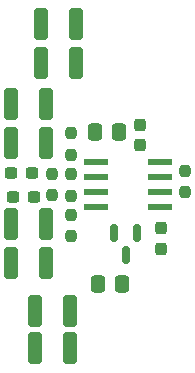
<source format=gbr>
%TF.GenerationSoftware,KiCad,Pcbnew,6.0.4-6f826c9f35~116~ubuntu18.04.1*%
%TF.CreationDate,2022-05-09T12:51:31-04:00*%
%TF.ProjectId,Instrumentation_ampl_with_batteries,496e7374-7275-46d6-956e-746174696f6e,rev?*%
%TF.SameCoordinates,Original*%
%TF.FileFunction,Paste,Top*%
%TF.FilePolarity,Positive*%
%FSLAX46Y46*%
G04 Gerber Fmt 4.6, Leading zero omitted, Abs format (unit mm)*
G04 Created by KiCad (PCBNEW 6.0.4-6f826c9f35~116~ubuntu18.04.1) date 2022-05-09 12:51:31*
%MOMM*%
%LPD*%
G01*
G04 APERTURE LIST*
G04 Aperture macros list*
%AMRoundRect*
0 Rectangle with rounded corners*
0 $1 Rounding radius*
0 $2 $3 $4 $5 $6 $7 $8 $9 X,Y pos of 4 corners*
0 Add a 4 corners polygon primitive as box body*
4,1,4,$2,$3,$4,$5,$6,$7,$8,$9,$2,$3,0*
0 Add four circle primitives for the rounded corners*
1,1,$1+$1,$2,$3*
1,1,$1+$1,$4,$5*
1,1,$1+$1,$6,$7*
1,1,$1+$1,$8,$9*
0 Add four rect primitives between the rounded corners*
20,1,$1+$1,$2,$3,$4,$5,0*
20,1,$1+$1,$4,$5,$6,$7,0*
20,1,$1+$1,$6,$7,$8,$9,0*
20,1,$1+$1,$8,$9,$2,$3,0*%
G04 Aperture macros list end*
%ADD10RoundRect,0.250000X-0.325000X-1.100000X0.325000X-1.100000X0.325000X1.100000X-0.325000X1.100000X0*%
%ADD11RoundRect,0.237500X-0.300000X-0.237500X0.300000X-0.237500X0.300000X0.237500X-0.300000X0.237500X0*%
%ADD12RoundRect,0.250000X0.337500X0.475000X-0.337500X0.475000X-0.337500X-0.475000X0.337500X-0.475000X0*%
%ADD13RoundRect,0.237500X-0.237500X0.250000X-0.237500X-0.250000X0.237500X-0.250000X0.237500X0.250000X0*%
%ADD14RoundRect,0.237500X0.237500X-0.250000X0.237500X0.250000X-0.237500X0.250000X-0.237500X-0.250000X0*%
%ADD15RoundRect,0.237500X0.237500X-0.300000X0.237500X0.300000X-0.237500X0.300000X-0.237500X-0.300000X0*%
%ADD16RoundRect,0.150000X-0.150000X0.587500X-0.150000X-0.587500X0.150000X-0.587500X0.150000X0.587500X0*%
%ADD17RoundRect,0.237500X-0.237500X0.300000X-0.237500X-0.300000X0.237500X-0.300000X0.237500X0.300000X0*%
%ADD18R,2.000000X0.600000*%
G04 APERTURE END LIST*
D10*
%TO.C,C14*%
X73152000Y-124714000D03*
X76102000Y-124714000D03*
%TD*%
%TO.C,C13*%
X73709000Y-97282000D03*
X76659000Y-97282000D03*
%TD*%
%TO.C,C12*%
X71169000Y-114173000D03*
X74119000Y-114173000D03*
%TD*%
%TO.C,C11*%
X71169000Y-117475000D03*
X74119000Y-117475000D03*
%TD*%
%TO.C,C10*%
X73152000Y-121539000D03*
X76102000Y-121539000D03*
%TD*%
%TO.C,C9*%
X76610000Y-100584000D03*
X73660000Y-100584000D03*
%TD*%
%TO.C,C3*%
X71169000Y-107315000D03*
X74119000Y-107315000D03*
%TD*%
%TO.C,C2*%
X71169000Y-104013000D03*
X74119000Y-104013000D03*
%TD*%
D11*
%TO.C,C4*%
X71323500Y-111887000D03*
X73048500Y-111887000D03*
%TD*%
D12*
%TO.C,C8*%
X80285500Y-106426000D03*
X78210500Y-106426000D03*
%TD*%
D11*
%TO.C,C1*%
X71170000Y-109855000D03*
X72895000Y-109855000D03*
%TD*%
D13*
%TO.C,R5*%
X85852000Y-109681000D03*
X85852000Y-111506000D03*
%TD*%
D14*
%TO.C,R1*%
X74572500Y-111783500D03*
X74572500Y-109958500D03*
%TD*%
D15*
%TO.C,C6*%
X82042000Y-107542500D03*
X82042000Y-105817500D03*
%TD*%
D16*
%TO.C,D1*%
X81788000Y-114935000D03*
X79888000Y-114935000D03*
X80838000Y-116810000D03*
%TD*%
D14*
%TO.C,R4*%
X76234500Y-111807000D03*
X76234500Y-109982000D03*
%TD*%
D17*
%TO.C,C5*%
X83820000Y-114580500D03*
X83820000Y-116305500D03*
%TD*%
D13*
%TO.C,R3*%
X76200000Y-113411000D03*
X76200000Y-115236000D03*
%TD*%
D12*
%TO.C,C7*%
X80539500Y-119253000D03*
X78464500Y-119253000D03*
%TD*%
D18*
%TO.C,U1*%
X78301000Y-108966000D03*
X78301000Y-110236000D03*
X78301000Y-111506000D03*
X78301000Y-112776000D03*
X83751000Y-112776000D03*
X83751000Y-111506000D03*
X83751000Y-110236000D03*
X83751000Y-108966000D03*
%TD*%
D13*
%TO.C,R2*%
X76200000Y-106506000D03*
X76200000Y-108331000D03*
%TD*%
M02*

</source>
